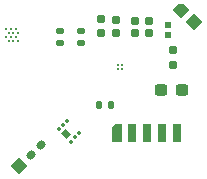
<source format=gbr>
%TF.GenerationSoftware,KiCad,Pcbnew,(6.0.4)*%
%TF.CreationDate,2022-11-08T09:06:00-07:00*%
%TF.ProjectId,rf_backscatter_V1,72665f62-6163-46b7-9363-61747465725f,rev?*%
%TF.SameCoordinates,Original*%
%TF.FileFunction,Paste,Top*%
%TF.FilePolarity,Positive*%
%FSLAX46Y46*%
G04 Gerber Fmt 4.6, Leading zero omitted, Abs format (unit mm)*
G04 Created by KiCad (PCBNEW (6.0.4)) date 2022-11-08 09:06:00*
%MOMM*%
%LPD*%
G01*
G04 APERTURE LIST*
G04 Aperture macros list*
%AMRoundRect*
0 Rectangle with rounded corners*
0 $1 Rounding radius*
0 $2 $3 $4 $5 $6 $7 $8 $9 X,Y pos of 4 corners*
0 Add a 4 corners polygon primitive as box body*
4,1,4,$2,$3,$4,$5,$6,$7,$8,$9,$2,$3,0*
0 Add four circle primitives for the rounded corners*
1,1,$1+$1,$2,$3*
1,1,$1+$1,$4,$5*
1,1,$1+$1,$6,$7*
1,1,$1+$1,$8,$9*
0 Add four rect primitives between the rounded corners*
20,1,$1+$1,$2,$3,$4,$5,0*
20,1,$1+$1,$4,$5,$6,$7,0*
20,1,$1+$1,$6,$7,$8,$9,0*
20,1,$1+$1,$8,$9,$2,$3,0*%
%AMRotRect*
0 Rectangle, with rotation*
0 The origin of the aperture is its center*
0 $1 length*
0 $2 width*
0 $3 Rotation angle, in degrees counterclockwise*
0 Add horizontal line*
21,1,$1,$2,0,0,$3*%
%AMOutline5P*
0 Free polygon, 5 corners , with rotation*
0 The origin of the aperture is its center*
0 number of corners: always 5*
0 $1 to $10 corner X, Y*
0 $11 Rotation angle, in degrees counterclockwise*
0 create outline with 5 corners*
4,1,5,$1,$2,$3,$4,$5,$6,$7,$8,$9,$10,$1,$2,$11*%
%AMOutline6P*
0 Free polygon, 6 corners , with rotation*
0 The origin of the aperture is its center*
0 number of corners: always 6*
0 $1 to $12 corner X, Y*
0 $13 Rotation angle, in degrees counterclockwise*
0 create outline with 6 corners*
4,1,6,$1,$2,$3,$4,$5,$6,$7,$8,$9,$10,$11,$12,$1,$2,$13*%
%AMOutline7P*
0 Free polygon, 7 corners , with rotation*
0 The origin of the aperture is its center*
0 number of corners: always 7*
0 $1 to $14 corner X, Y*
0 $15 Rotation angle, in degrees counterclockwise*
0 create outline with 7 corners*
4,1,7,$1,$2,$3,$4,$5,$6,$7,$8,$9,$10,$11,$12,$13,$14,$1,$2,$15*%
%AMOutline8P*
0 Free polygon, 8 corners , with rotation*
0 The origin of the aperture is its center*
0 number of corners: always 8*
0 $1 to $16 corner X, Y*
0 $17 Rotation angle, in degrees counterclockwise*
0 create outline with 8 corners*
4,1,8,$1,$2,$3,$4,$5,$6,$7,$8,$9,$10,$11,$12,$13,$14,$15,$16,$1,$2,$17*%
G04 Aperture macros list end*
%ADD10RoundRect,0.155000X0.155000X-0.212500X0.155000X0.212500X-0.155000X0.212500X-0.155000X-0.212500X0*%
%ADD11RoundRect,0.135000X-0.185000X0.135000X-0.185000X-0.135000X0.185000X-0.135000X0.185000X0.135000X0*%
%ADD12RotRect,0.350000X0.250000X135.000000*%
%ADD13RotRect,0.650000X0.550000X135.000000*%
%ADD14R,0.800000X1.500000*%
%ADD15Outline5P,-0.400000X0.470000X-0.120000X0.750000X0.400000X0.750000X0.400000X-0.750000X-0.400000X-0.750000X0.000000*%
%ADD16RoundRect,0.155000X-0.040659X-0.259862X0.259862X0.040659X0.040659X0.259862X-0.259862X-0.040659X0*%
%ADD17C,0.180000*%
%ADD18RoundRect,0.160000X0.160000X-0.197500X0.160000X0.197500X-0.160000X0.197500X-0.160000X-0.197500X0*%
%ADD19Outline5P,-0.500000X0.250000X-0.250000X0.500000X0.500000X0.500000X0.500000X-0.500000X-0.500000X-0.500000X315.000000*%
%ADD20RotRect,1.000000X1.000000X315.000000*%
%ADD21C,0.215002*%
%ADD22RoundRect,0.160000X0.197500X0.160000X-0.197500X0.160000X-0.197500X-0.160000X0.197500X-0.160000X0*%
%ADD23RotRect,1.000000X1.000000X45.000000*%
%ADD24RoundRect,0.237500X-0.300000X-0.237500X0.300000X-0.237500X0.300000X0.237500X-0.300000X0.237500X0*%
%ADD25RoundRect,0.135000X0.185000X-0.135000X0.185000X0.135000X-0.185000X0.135000X-0.185000X-0.135000X0*%
%ADD26R,0.600000X0.550000*%
%ADD27RoundRect,0.160000X-0.197500X-0.160000X0.197500X-0.160000X0.197500X0.160000X-0.197500X0.160000X0*%
%ADD28RoundRect,0.135000X0.135000X0.185000X-0.135000X0.185000X-0.135000X-0.185000X0.135000X-0.185000X0*%
G04 APERTURE END LIST*
D10*
%TO.C,C3*%
X131597400Y-82143600D03*
X131597400Y-83278600D03*
%TD*%
D11*
%TO.C,R5*%
X128168400Y-83132200D03*
X128168400Y-84152200D03*
%TD*%
D12*
%TO.C,U2*%
X129072613Y-92484797D03*
X129426166Y-92131243D03*
X129779720Y-91777690D03*
X128754415Y-90752385D03*
X128400862Y-91105939D03*
X128047308Y-91459492D03*
D13*
X128644106Y-91887999D03*
%TD*%
D14*
%TO.C,J3*%
X138049000Y-91726500D03*
X136779000Y-91726500D03*
X135509000Y-91726500D03*
X134239000Y-91726500D03*
D15*
X132969000Y-91726500D03*
%TD*%
D10*
%TO.C,C2*%
X132909500Y-83304000D03*
X132909500Y-82169000D03*
%TD*%
D16*
%TO.C,C4*%
X126542800Y-92786200D03*
X125740234Y-93588766D03*
%TD*%
D17*
%TO.C,U1*%
X133050800Y-86334600D03*
X133050800Y-85984600D03*
X133400800Y-85984600D03*
X133400800Y-86334600D03*
%TD*%
D18*
%TO.C,R1*%
X137744200Y-84771900D03*
X137744200Y-85966900D03*
%TD*%
D19*
%TO.C,J1*%
X138407670Y-81321682D03*
D20*
X139468330Y-82382342D03*
%TD*%
D21*
%TO.C,U3*%
X124604400Y-83983900D03*
X124204400Y-83983900D03*
X123804400Y-83983900D03*
X124404400Y-83637567D03*
X124004400Y-83637567D03*
X123604400Y-83637567D03*
X124604400Y-83291233D03*
X124204400Y-83291233D03*
X123804400Y-83291233D03*
X124404400Y-82944900D03*
X124004400Y-82944900D03*
X123604400Y-82944900D03*
%TD*%
D22*
%TO.C,R3*%
X135674700Y-82296000D03*
X134479700Y-82296000D03*
%TD*%
D23*
%TO.C,J2*%
X124688600Y-94589600D03*
%TD*%
D24*
%TO.C,C1*%
X136729300Y-88138000D03*
X138454300Y-88138000D03*
%TD*%
D25*
%TO.C,R6*%
X129946400Y-84126800D03*
X129946400Y-83106800D03*
%TD*%
D26*
%TO.C,D1*%
X137337800Y-83432600D03*
X137337800Y-82632600D03*
%TD*%
D27*
%TO.C,R2*%
X135674700Y-83261200D03*
X134479700Y-83261200D03*
%TD*%
D28*
%TO.C,R4*%
X132513800Y-89433400D03*
X131493800Y-89433400D03*
%TD*%
M02*

</source>
